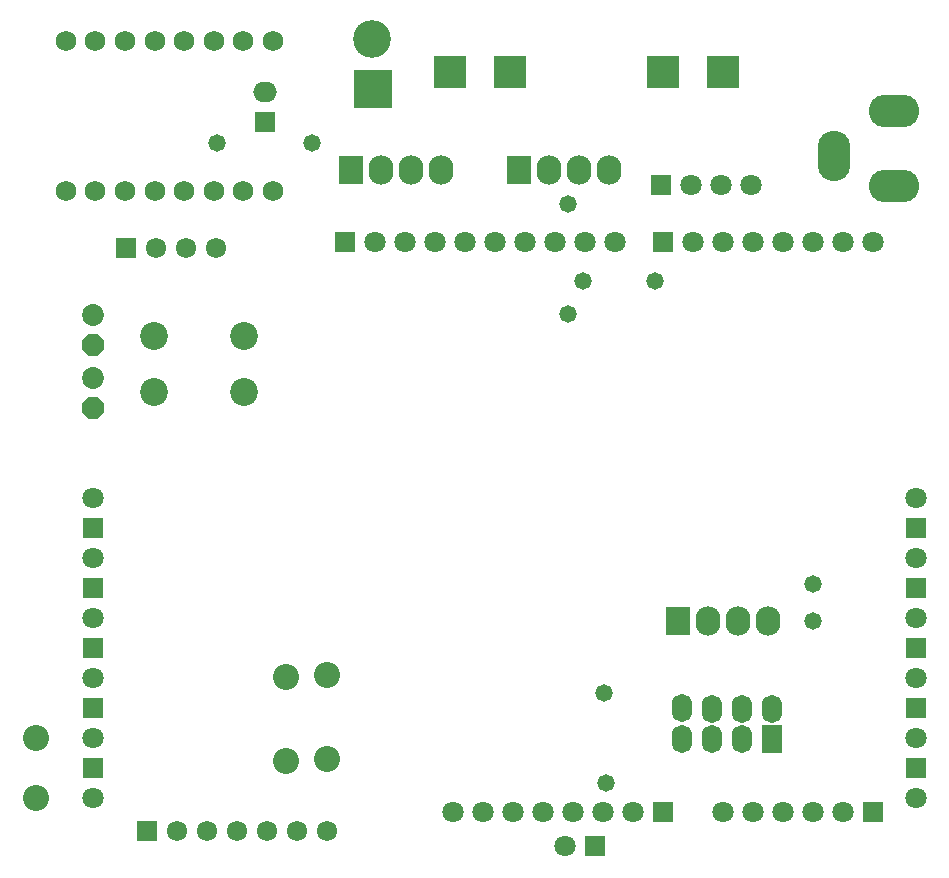
<source format=gbs>
G04 Layer_Color=16711935*
%FSLAX44Y44*%
%MOMM*%
G71*
G01*
G75*
%ADD35C,2.2032*%
%ADD36R,1.8032X1.8032*%
%ADD37C,1.8032*%
%ADD38R,3.2032X3.2032*%
%ADD39C,3.2032*%
%ADD40C,1.7232*%
%ADD41R,1.7232X1.7232*%
%ADD42O,4.2672X2.7432*%
%ADD43O,2.7432X4.2672*%
%ADD44O,2.1082X2.4892*%
%ADD45R,2.1082X2.4892*%
%ADD46C,1.7272*%
%ADD47R,2.7032X2.7032*%
%ADD48R,1.8032X1.8032*%
%ADD49P,2.0070X8X112.5*%
%ADD50C,1.8542*%
%ADD51C,2.3622*%
%ADD52O,1.7272X2.3876*%
%ADD53R,1.7272X2.3876*%
%ADD54O,2.0032X1.7032*%
%ADD55R,1.7832X1.7032*%
%ADD56C,1.4732*%
D35*
X267970Y157480D02*
D03*
X233680Y156210D02*
D03*
X267970Y86360D02*
D03*
X233680Y85090D02*
D03*
X21590Y53340D02*
D03*
Y104140D02*
D03*
D36*
X552450Y524510D02*
D03*
Y41910D02*
D03*
X730250D02*
D03*
X283210Y524510D02*
D03*
X551180Y572770D02*
D03*
X495300Y12700D02*
D03*
D37*
X577850Y524510D02*
D03*
X603250D02*
D03*
X628650D02*
D03*
X654050D02*
D03*
X679450D02*
D03*
X704850D02*
D03*
X730250D02*
D03*
X374650Y41910D02*
D03*
X400050D02*
D03*
X425450D02*
D03*
X450850D02*
D03*
X476250D02*
D03*
X501650D02*
D03*
X527050D02*
D03*
X704850D02*
D03*
X679450D02*
D03*
X654050D02*
D03*
X628650D02*
D03*
X603250D02*
D03*
X334010Y524510D02*
D03*
X511810D02*
D03*
X486410D02*
D03*
X461010D02*
D03*
X435610D02*
D03*
X410210D02*
D03*
X384810D02*
D03*
X359410D02*
D03*
X308610D02*
D03*
X69850Y53340D02*
D03*
Y104140D02*
D03*
Y154940D02*
D03*
Y205740D02*
D03*
Y256540D02*
D03*
Y307340D02*
D03*
X767080Y53340D02*
D03*
Y104140D02*
D03*
Y154940D02*
D03*
Y205740D02*
D03*
Y256540D02*
D03*
Y307340D02*
D03*
X627380Y572770D02*
D03*
X601980D02*
D03*
X576580D02*
D03*
X469900Y12700D02*
D03*
D38*
X307340Y654050D02*
D03*
D39*
X306070Y695960D02*
D03*
D40*
X173990Y519430D02*
D03*
X148590D02*
D03*
X123190D02*
D03*
X140970Y25400D02*
D03*
X166370D02*
D03*
X191770D02*
D03*
X217170D02*
D03*
X242570D02*
D03*
X267970D02*
D03*
D41*
X97790Y519430D02*
D03*
X115570Y25400D02*
D03*
D42*
X748030Y571500D02*
D03*
Y635000D02*
D03*
D43*
X697230Y596900D02*
D03*
D44*
X506730Y585470D02*
D03*
X481330D02*
D03*
X455930D02*
D03*
X364490D02*
D03*
X339090D02*
D03*
X313690D02*
D03*
X641350Y203200D02*
D03*
X615950D02*
D03*
X590550D02*
D03*
D45*
X430530Y585470D02*
D03*
X288290D02*
D03*
X565150Y203200D02*
D03*
D46*
X222431Y694690D02*
D03*
X197394D02*
D03*
X172357D02*
D03*
X147320D02*
D03*
X122283D02*
D03*
X97246D02*
D03*
X72209D02*
D03*
X47172D02*
D03*
X222431Y567690D02*
D03*
X197394D02*
D03*
X172357D02*
D03*
X147320D02*
D03*
X122283D02*
D03*
X97246D02*
D03*
X72209D02*
D03*
X47172D02*
D03*
D47*
X552450Y668020D02*
D03*
X603250D02*
D03*
X372110D02*
D03*
X422910D02*
D03*
D48*
X69850Y281940D02*
D03*
Y231140D02*
D03*
Y180340D02*
D03*
Y129540D02*
D03*
Y78740D02*
D03*
X767080D02*
D03*
Y129540D02*
D03*
Y180340D02*
D03*
Y231140D02*
D03*
Y281940D02*
D03*
D49*
X69850Y436880D02*
D03*
Y383540D02*
D03*
D50*
Y462280D02*
D03*
Y408940D02*
D03*
D51*
X121920Y444500D02*
D03*
X198120D02*
D03*
X121920Y397510D02*
D03*
X198120D02*
D03*
D52*
X645160Y129032D02*
D03*
X619760D02*
D03*
X594614D02*
D03*
X568960Y129540D02*
D03*
X568706Y103378D02*
D03*
X594233Y103759D02*
D03*
X619506Y103378D02*
D03*
D53*
X644906D02*
D03*
D54*
X215900Y651510D02*
D03*
D55*
Y626110D02*
D03*
D56*
X679450Y234950D02*
D03*
Y203200D02*
D03*
X472440Y463550D02*
D03*
Y556260D02*
D03*
X504190Y66040D02*
D03*
X502920Y142240D02*
D03*
X175260Y608330D02*
D03*
X255270D02*
D03*
X485140Y491490D02*
D03*
X546100D02*
D03*
M02*

</source>
